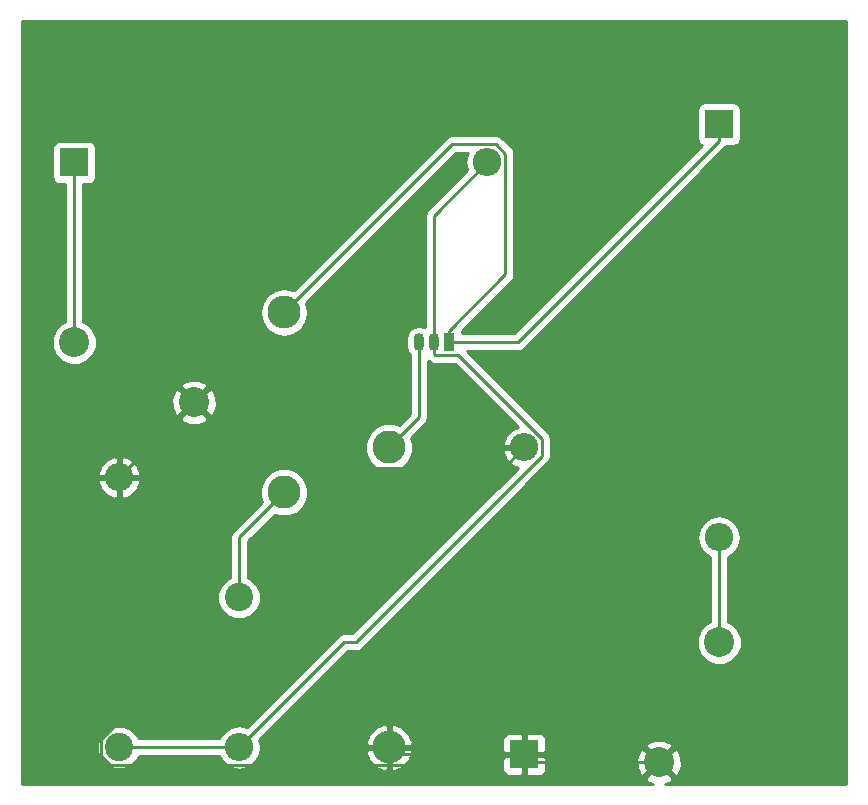
<source format=gbr>
G04 #@! TF.FileFunction,Copper,L1,Top,Signal*
%FSLAX46Y46*%
G04 Gerber Fmt 4.6, Leading zero omitted, Abs format (unit mm)*
G04 Created by KiCad (PCBNEW 4.0.5) date 05/25/17 00:15:28*
%MOMM*%
%LPD*%
G01*
G04 APERTURE LIST*
%ADD10C,0.100000*%
%ADD11C,2.540000*%
%ADD12R,2.400000X2.400000*%
%ADD13O,2.400000X2.400000*%
%ADD14O,0.900000X1.500000*%
%ADD15R,0.900000X1.500000*%
%ADD16C,2.400000*%
%ADD17C,2.800000*%
%ADD18O,2.800000X2.800000*%
%ADD19C,0.250000*%
%ADD20C,0.254000*%
G04 APERTURE END LIST*
D10*
D11*
X91440000Y-102870000D03*
X81280000Y-97790000D03*
X135890000Y-123190000D03*
X130810000Y-133350000D03*
D12*
X81280000Y-82550000D03*
D13*
X116280000Y-82550000D03*
D12*
X119380000Y-132680000D03*
D13*
X119380000Y-106680000D03*
D12*
X135890000Y-79300000D03*
D13*
X135890000Y-114300000D03*
D14*
X111760000Y-97790000D03*
X110490000Y-97790000D03*
D15*
X113030000Y-97790000D03*
D16*
X95250000Y-119380000D03*
D13*
X95250000Y-132080000D03*
D16*
X85090000Y-132080000D03*
D13*
X85090000Y-109220000D03*
D17*
X99060000Y-110490000D03*
D18*
X99060000Y-95250000D03*
D17*
X107950000Y-106680000D03*
D18*
X107950000Y-132080000D03*
D19*
X81280000Y-82550000D02*
X81280000Y-84000000D01*
X81280000Y-84000000D02*
X81280000Y-97790000D01*
X95250000Y-132080000D02*
X104140000Y-123190000D01*
X104140000Y-123190000D02*
X105127002Y-123190000D01*
X105127002Y-123190000D02*
X120905001Y-107412001D01*
X120905001Y-107412001D02*
X120905001Y-105947999D01*
X111760000Y-98790000D02*
X111760000Y-97790000D01*
X120905001Y-105947999D02*
X113822003Y-98865001D01*
X113822003Y-98865001D02*
X111835001Y-98865001D01*
X111835001Y-98865001D02*
X111760000Y-98790000D01*
X85090000Y-132080000D02*
X95250000Y-132080000D01*
X116280000Y-82550000D02*
X111760000Y-87070000D01*
X111760000Y-87070000D02*
X111760000Y-97790000D01*
X119380000Y-132680000D02*
X117930000Y-132680000D01*
X117930000Y-132680000D02*
X117004999Y-133605001D01*
X117004999Y-133605001D02*
X84357999Y-133605001D01*
X84357999Y-133605001D02*
X83564999Y-132812001D01*
X83564999Y-132812001D02*
X83564999Y-131347999D01*
X83564999Y-131347999D02*
X92173008Y-122739990D01*
X92173008Y-122739990D02*
X103320010Y-122739990D01*
X103320010Y-122739990D02*
X117654999Y-108405001D01*
X91440000Y-102870000D02*
X96975001Y-108405001D01*
X96975001Y-108405001D02*
X117654999Y-108405001D01*
X117654999Y-108405001D02*
X118180001Y-107879999D01*
X118180001Y-107879999D02*
X119380000Y-106680000D01*
X85090000Y-109220000D02*
X91440000Y-102870000D01*
X119380000Y-132680000D02*
X108550000Y-132680000D01*
X108550000Y-132680000D02*
X107950000Y-132080000D01*
X130810000Y-133350000D02*
X120050000Y-133350000D01*
X120050000Y-133350000D02*
X119380000Y-132680000D01*
X99060000Y-95250000D02*
X113285001Y-81024999D01*
X113285001Y-81024999D02*
X117012001Y-81024999D01*
X117012001Y-81024999D02*
X117805001Y-81817999D01*
X117805001Y-81817999D02*
X117805001Y-92014999D01*
X117805001Y-92014999D02*
X113030000Y-96790000D01*
X113030000Y-96790000D02*
X113030000Y-97790000D01*
X135890000Y-79300000D02*
X135890000Y-80750000D01*
X135890000Y-80750000D02*
X118850000Y-97790000D01*
X118850000Y-97790000D02*
X113730000Y-97790000D01*
X113730000Y-97790000D02*
X113030000Y-97790000D01*
X113210000Y-97790000D02*
X113030000Y-97790000D01*
X135890000Y-114300000D02*
X135890000Y-123190000D01*
X110490000Y-97790000D02*
X110490000Y-104140000D01*
X110490000Y-104140000D02*
X107950000Y-106680000D01*
X95250000Y-119380000D02*
X95250000Y-114300000D01*
X95250000Y-114300000D02*
X99060000Y-110490000D01*
D20*
G36*
X146635000Y-135205000D02*
X131333839Y-135205000D01*
X131846480Y-134992657D01*
X131978172Y-134697777D01*
X130810000Y-133529605D01*
X129641828Y-134697777D01*
X129773520Y-134992657D01*
X130326664Y-135205000D01*
X76885000Y-135205000D01*
X76885000Y-132443403D01*
X83254682Y-132443403D01*
X83533455Y-133118086D01*
X84049199Y-133634730D01*
X84723395Y-133914681D01*
X85453403Y-133915318D01*
X86128086Y-133636545D01*
X86644730Y-133120801D01*
X86761329Y-132840000D01*
X93569265Y-132840000D01*
X93952459Y-133413491D01*
X94547776Y-133811269D01*
X95250000Y-133950950D01*
X95952224Y-133811269D01*
X96547541Y-133413491D01*
X96945319Y-132818174D01*
X97004000Y-132523161D01*
X105963833Y-132523161D01*
X106284611Y-133249501D01*
X106858930Y-133797795D01*
X107506840Y-134066160D01*
X107823000Y-133951947D01*
X107823000Y-132207000D01*
X108077000Y-132207000D01*
X108077000Y-133951947D01*
X108393160Y-134066160D01*
X109041070Y-133797795D01*
X109615389Y-133249501D01*
X109740703Y-132965750D01*
X117545000Y-132965750D01*
X117545000Y-134006309D01*
X117641673Y-134239698D01*
X117820301Y-134418327D01*
X118053690Y-134515000D01*
X119094250Y-134515000D01*
X119253000Y-134356250D01*
X119253000Y-132807000D01*
X119507000Y-132807000D01*
X119507000Y-134356250D01*
X119665750Y-134515000D01*
X120706310Y-134515000D01*
X120939699Y-134418327D01*
X121118327Y-134239698D01*
X121215000Y-134006309D01*
X121215000Y-133021036D01*
X128895739Y-133021036D01*
X128915564Y-133778632D01*
X129167343Y-134386480D01*
X129462223Y-134518172D01*
X130630395Y-133350000D01*
X130989605Y-133350000D01*
X132157777Y-134518172D01*
X132452657Y-134386480D01*
X132724261Y-133678964D01*
X132704436Y-132921368D01*
X132452657Y-132313520D01*
X132157777Y-132181828D01*
X130989605Y-133350000D01*
X130630395Y-133350000D01*
X129462223Y-132181828D01*
X129167343Y-132313520D01*
X128895739Y-133021036D01*
X121215000Y-133021036D01*
X121215000Y-132965750D01*
X121056250Y-132807000D01*
X119507000Y-132807000D01*
X119253000Y-132807000D01*
X117703750Y-132807000D01*
X117545000Y-132965750D01*
X109740703Y-132965750D01*
X109936167Y-132523161D01*
X109822290Y-132207000D01*
X108077000Y-132207000D01*
X107823000Y-132207000D01*
X106077710Y-132207000D01*
X105963833Y-132523161D01*
X97004000Y-132523161D01*
X97085000Y-132115950D01*
X97085000Y-132044050D01*
X97004002Y-131636839D01*
X105963833Y-131636839D01*
X106077710Y-131953000D01*
X107823000Y-131953000D01*
X107823000Y-130208053D01*
X108077000Y-130208053D01*
X108077000Y-131953000D01*
X109822290Y-131953000D01*
X109936167Y-131636839D01*
X109811119Y-131353691D01*
X117545000Y-131353691D01*
X117545000Y-132394250D01*
X117703750Y-132553000D01*
X119253000Y-132553000D01*
X119253000Y-131003750D01*
X119507000Y-131003750D01*
X119507000Y-132553000D01*
X121056250Y-132553000D01*
X121215000Y-132394250D01*
X121215000Y-132002223D01*
X129641828Y-132002223D01*
X130810000Y-133170395D01*
X131978172Y-132002223D01*
X131846480Y-131707343D01*
X131138964Y-131435739D01*
X130381368Y-131455564D01*
X129773520Y-131707343D01*
X129641828Y-132002223D01*
X121215000Y-132002223D01*
X121215000Y-131353691D01*
X121118327Y-131120302D01*
X120939699Y-130941673D01*
X120706310Y-130845000D01*
X119665750Y-130845000D01*
X119507000Y-131003750D01*
X119253000Y-131003750D01*
X119094250Y-130845000D01*
X118053690Y-130845000D01*
X117820301Y-130941673D01*
X117641673Y-131120302D01*
X117545000Y-131353691D01*
X109811119Y-131353691D01*
X109615389Y-130910499D01*
X109041070Y-130362205D01*
X108393160Y-130093840D01*
X108077000Y-130208053D01*
X107823000Y-130208053D01*
X107506840Y-130093840D01*
X106858930Y-130362205D01*
X106284611Y-130910499D01*
X105963833Y-131636839D01*
X97004002Y-131636839D01*
X96964840Y-131439962D01*
X104454802Y-123950000D01*
X105127002Y-123950000D01*
X105417841Y-123892148D01*
X105664403Y-123727401D01*
X105824539Y-123567265D01*
X133984670Y-123567265D01*
X134274078Y-124267686D01*
X134809495Y-124804039D01*
X135509410Y-125094668D01*
X136267265Y-125095330D01*
X136967686Y-124805922D01*
X137504039Y-124270505D01*
X137794668Y-123570590D01*
X137795330Y-122812735D01*
X137505922Y-122112314D01*
X136970505Y-121575961D01*
X136650000Y-121442876D01*
X136650000Y-115992664D01*
X137187541Y-115633491D01*
X137585319Y-115038174D01*
X137725000Y-114335950D01*
X137725000Y-114264050D01*
X137585319Y-113561826D01*
X137187541Y-112966509D01*
X136592224Y-112568731D01*
X135890000Y-112429050D01*
X135187776Y-112568731D01*
X134592459Y-112966509D01*
X134194681Y-113561826D01*
X134055000Y-114264050D01*
X134055000Y-114335950D01*
X134194681Y-115038174D01*
X134592459Y-115633491D01*
X135130000Y-115992664D01*
X135130000Y-121442813D01*
X134812314Y-121574078D01*
X134275961Y-122109495D01*
X133985332Y-122809410D01*
X133984670Y-123567265D01*
X105824539Y-123567265D01*
X121442402Y-107949402D01*
X121607149Y-107702841D01*
X121665001Y-107412001D01*
X121665001Y-105947999D01*
X121607149Y-105657160D01*
X121442402Y-105410598D01*
X114581804Y-98550000D01*
X118850000Y-98550000D01*
X119140839Y-98492148D01*
X119387401Y-98327401D01*
X136427401Y-81287401D01*
X136520920Y-81147440D01*
X137090000Y-81147440D01*
X137325317Y-81103162D01*
X137541441Y-80964090D01*
X137686431Y-80751890D01*
X137737440Y-80500000D01*
X137737440Y-78100000D01*
X137693162Y-77864683D01*
X137554090Y-77648559D01*
X137341890Y-77503569D01*
X137090000Y-77452560D01*
X134690000Y-77452560D01*
X134454683Y-77496838D01*
X134238559Y-77635910D01*
X134093569Y-77848110D01*
X134042560Y-78100000D01*
X134042560Y-80500000D01*
X134086838Y-80735317D01*
X134225910Y-80951441D01*
X134438110Y-81096431D01*
X134463604Y-81101594D01*
X118535198Y-97030000D01*
X114125558Y-97030000D01*
X114084264Y-96810538D01*
X118342402Y-92552400D01*
X118507149Y-92305839D01*
X118565001Y-92014999D01*
X118565001Y-81817999D01*
X118507149Y-81527160D01*
X118507149Y-81527159D01*
X118342402Y-81280598D01*
X117549402Y-80487598D01*
X117302840Y-80322851D01*
X117012001Y-80264999D01*
X113285001Y-80264999D01*
X112994161Y-80322851D01*
X112747600Y-80487598D01*
X99878565Y-93356633D01*
X99838761Y-93330037D01*
X99060000Y-93175132D01*
X98281239Y-93330037D01*
X97621038Y-93771170D01*
X97179905Y-94431371D01*
X97025000Y-95210132D01*
X97025000Y-95289868D01*
X97179905Y-96068629D01*
X97621038Y-96728830D01*
X98281239Y-97169963D01*
X99060000Y-97324868D01*
X99838761Y-97169963D01*
X100498962Y-96728830D01*
X100940095Y-96068629D01*
X101095000Y-95289868D01*
X101095000Y-95210132D01*
X100942308Y-94442494D01*
X113599803Y-81784999D01*
X114590677Y-81784999D01*
X114548731Y-81847776D01*
X114409050Y-82550000D01*
X114541139Y-83214059D01*
X111222599Y-86532599D01*
X111057852Y-86779161D01*
X111000000Y-87070000D01*
X111000000Y-96523792D01*
X110905212Y-96460457D01*
X110490000Y-96377866D01*
X110074788Y-96460457D01*
X109722789Y-96695655D01*
X109487591Y-97047654D01*
X109405000Y-97462866D01*
X109405000Y-98117134D01*
X109487591Y-98532346D01*
X109722789Y-98884345D01*
X109730000Y-98889163D01*
X109730000Y-103825198D01*
X108747509Y-104807689D01*
X108356562Y-104645354D01*
X107546989Y-104644648D01*
X106798771Y-104953805D01*
X106225817Y-105525760D01*
X105915354Y-106273438D01*
X105914648Y-107083011D01*
X106223805Y-107831229D01*
X106795760Y-108404183D01*
X107543438Y-108714646D01*
X108353011Y-108715352D01*
X109101229Y-108406195D01*
X109674183Y-107834240D01*
X109984646Y-107086562D01*
X109985352Y-106276989D01*
X109822338Y-105882464D01*
X111027401Y-104677401D01*
X111192148Y-104430840D01*
X111201746Y-104382586D01*
X111250000Y-104140000D01*
X111250000Y-99354802D01*
X111297600Y-99402402D01*
X111544161Y-99567149D01*
X111592415Y-99576747D01*
X111835001Y-99625001D01*
X113507201Y-99625001D01*
X118830880Y-104948680D01*
X118406742Y-105124358D01*
X117885508Y-105615224D01*
X117591797Y-106268193D01*
X117708142Y-106553000D01*
X119253000Y-106553000D01*
X119253000Y-106533000D01*
X119507000Y-106533000D01*
X119507000Y-106553000D01*
X119527000Y-106553000D01*
X119527000Y-106807000D01*
X119507000Y-106807000D01*
X119507000Y-106827000D01*
X119253000Y-106827000D01*
X119253000Y-106807000D01*
X117708142Y-106807000D01*
X117591797Y-107091807D01*
X117885508Y-107744776D01*
X118406742Y-108235642D01*
X118830880Y-108411320D01*
X104812200Y-122430000D01*
X104140000Y-122430000D01*
X103849161Y-122487852D01*
X103602599Y-122652599D01*
X95914059Y-130341139D01*
X95250000Y-130209050D01*
X94547776Y-130348731D01*
X93952459Y-130746509D01*
X93569265Y-131320000D01*
X86761448Y-131320000D01*
X86646545Y-131041914D01*
X86130801Y-130525270D01*
X85456605Y-130245319D01*
X84726597Y-130244682D01*
X84051914Y-130523455D01*
X83535270Y-131039199D01*
X83255319Y-131713395D01*
X83254682Y-132443403D01*
X76885000Y-132443403D01*
X76885000Y-119743403D01*
X93414682Y-119743403D01*
X93693455Y-120418086D01*
X94209199Y-120934730D01*
X94883395Y-121214681D01*
X95613403Y-121215318D01*
X96288086Y-120936545D01*
X96804730Y-120420801D01*
X97084681Y-119746605D01*
X97085318Y-119016597D01*
X96806545Y-118341914D01*
X96290801Y-117825270D01*
X96010000Y-117708671D01*
X96010000Y-114614802D01*
X98262491Y-112362311D01*
X98653438Y-112524646D01*
X99463011Y-112525352D01*
X100211229Y-112216195D01*
X100784183Y-111644240D01*
X101094646Y-110896562D01*
X101095352Y-110086989D01*
X100786195Y-109338771D01*
X100214240Y-108765817D01*
X99466562Y-108455354D01*
X98656989Y-108454648D01*
X97908771Y-108763805D01*
X97335817Y-109335760D01*
X97025354Y-110083438D01*
X97024648Y-110893011D01*
X97187662Y-111287536D01*
X94712599Y-113762599D01*
X94547852Y-114009161D01*
X94490000Y-114300000D01*
X94490000Y-117708552D01*
X94211914Y-117823455D01*
X93695270Y-118339199D01*
X93415319Y-119013395D01*
X93414682Y-119743403D01*
X76885000Y-119743403D01*
X76885000Y-109631807D01*
X83301797Y-109631807D01*
X83595508Y-110284776D01*
X84116742Y-110775642D01*
X84678195Y-111008195D01*
X84963000Y-110891432D01*
X84963000Y-109347000D01*
X85217000Y-109347000D01*
X85217000Y-110891432D01*
X85501805Y-111008195D01*
X86063258Y-110775642D01*
X86584492Y-110284776D01*
X86878203Y-109631807D01*
X86761858Y-109347000D01*
X85217000Y-109347000D01*
X84963000Y-109347000D01*
X83418142Y-109347000D01*
X83301797Y-109631807D01*
X76885000Y-109631807D01*
X76885000Y-108808193D01*
X83301797Y-108808193D01*
X83418142Y-109093000D01*
X84963000Y-109093000D01*
X84963000Y-107548568D01*
X85217000Y-107548568D01*
X85217000Y-109093000D01*
X86761858Y-109093000D01*
X86878203Y-108808193D01*
X86584492Y-108155224D01*
X86063258Y-107664358D01*
X85501805Y-107431805D01*
X85217000Y-107548568D01*
X84963000Y-107548568D01*
X84678195Y-107431805D01*
X84116742Y-107664358D01*
X83595508Y-108155224D01*
X83301797Y-108808193D01*
X76885000Y-108808193D01*
X76885000Y-104217777D01*
X90271828Y-104217777D01*
X90403520Y-104512657D01*
X91111036Y-104784261D01*
X91868632Y-104764436D01*
X92476480Y-104512657D01*
X92608172Y-104217777D01*
X91440000Y-103049605D01*
X90271828Y-104217777D01*
X76885000Y-104217777D01*
X76885000Y-102541036D01*
X89525739Y-102541036D01*
X89545564Y-103298632D01*
X89797343Y-103906480D01*
X90092223Y-104038172D01*
X91260395Y-102870000D01*
X91619605Y-102870000D01*
X92787777Y-104038172D01*
X93082657Y-103906480D01*
X93354261Y-103198964D01*
X93334436Y-102441368D01*
X93082657Y-101833520D01*
X92787777Y-101701828D01*
X91619605Y-102870000D01*
X91260395Y-102870000D01*
X90092223Y-101701828D01*
X89797343Y-101833520D01*
X89525739Y-102541036D01*
X76885000Y-102541036D01*
X76885000Y-101522223D01*
X90271828Y-101522223D01*
X91440000Y-102690395D01*
X92608172Y-101522223D01*
X92476480Y-101227343D01*
X91768964Y-100955739D01*
X91011368Y-100975564D01*
X90403520Y-101227343D01*
X90271828Y-101522223D01*
X76885000Y-101522223D01*
X76885000Y-98167265D01*
X79374670Y-98167265D01*
X79664078Y-98867686D01*
X80199495Y-99404039D01*
X80899410Y-99694668D01*
X81657265Y-99695330D01*
X82357686Y-99405922D01*
X82894039Y-98870505D01*
X83184668Y-98170590D01*
X83185330Y-97412735D01*
X82895922Y-96712314D01*
X82360505Y-96175961D01*
X82040000Y-96042876D01*
X82040000Y-84397440D01*
X82480000Y-84397440D01*
X82715317Y-84353162D01*
X82931441Y-84214090D01*
X83076431Y-84001890D01*
X83127440Y-83750000D01*
X83127440Y-81350000D01*
X83083162Y-81114683D01*
X82944090Y-80898559D01*
X82731890Y-80753569D01*
X82480000Y-80702560D01*
X80080000Y-80702560D01*
X79844683Y-80746838D01*
X79628559Y-80885910D01*
X79483569Y-81098110D01*
X79432560Y-81350000D01*
X79432560Y-83750000D01*
X79476838Y-83985317D01*
X79615910Y-84201441D01*
X79828110Y-84346431D01*
X80080000Y-84397440D01*
X80520000Y-84397440D01*
X80520000Y-96042813D01*
X80202314Y-96174078D01*
X79665961Y-96709495D01*
X79375332Y-97409410D01*
X79374670Y-98167265D01*
X76885000Y-98167265D01*
X76885000Y-70535000D01*
X146635000Y-70535000D01*
X146635000Y-135205000D01*
X146635000Y-135205000D01*
G37*
X146635000Y-135205000D02*
X131333839Y-135205000D01*
X131846480Y-134992657D01*
X131978172Y-134697777D01*
X130810000Y-133529605D01*
X129641828Y-134697777D01*
X129773520Y-134992657D01*
X130326664Y-135205000D01*
X76885000Y-135205000D01*
X76885000Y-132443403D01*
X83254682Y-132443403D01*
X83533455Y-133118086D01*
X84049199Y-133634730D01*
X84723395Y-133914681D01*
X85453403Y-133915318D01*
X86128086Y-133636545D01*
X86644730Y-133120801D01*
X86761329Y-132840000D01*
X93569265Y-132840000D01*
X93952459Y-133413491D01*
X94547776Y-133811269D01*
X95250000Y-133950950D01*
X95952224Y-133811269D01*
X96547541Y-133413491D01*
X96945319Y-132818174D01*
X97004000Y-132523161D01*
X105963833Y-132523161D01*
X106284611Y-133249501D01*
X106858930Y-133797795D01*
X107506840Y-134066160D01*
X107823000Y-133951947D01*
X107823000Y-132207000D01*
X108077000Y-132207000D01*
X108077000Y-133951947D01*
X108393160Y-134066160D01*
X109041070Y-133797795D01*
X109615389Y-133249501D01*
X109740703Y-132965750D01*
X117545000Y-132965750D01*
X117545000Y-134006309D01*
X117641673Y-134239698D01*
X117820301Y-134418327D01*
X118053690Y-134515000D01*
X119094250Y-134515000D01*
X119253000Y-134356250D01*
X119253000Y-132807000D01*
X119507000Y-132807000D01*
X119507000Y-134356250D01*
X119665750Y-134515000D01*
X120706310Y-134515000D01*
X120939699Y-134418327D01*
X121118327Y-134239698D01*
X121215000Y-134006309D01*
X121215000Y-133021036D01*
X128895739Y-133021036D01*
X128915564Y-133778632D01*
X129167343Y-134386480D01*
X129462223Y-134518172D01*
X130630395Y-133350000D01*
X130989605Y-133350000D01*
X132157777Y-134518172D01*
X132452657Y-134386480D01*
X132724261Y-133678964D01*
X132704436Y-132921368D01*
X132452657Y-132313520D01*
X132157777Y-132181828D01*
X130989605Y-133350000D01*
X130630395Y-133350000D01*
X129462223Y-132181828D01*
X129167343Y-132313520D01*
X128895739Y-133021036D01*
X121215000Y-133021036D01*
X121215000Y-132965750D01*
X121056250Y-132807000D01*
X119507000Y-132807000D01*
X119253000Y-132807000D01*
X117703750Y-132807000D01*
X117545000Y-132965750D01*
X109740703Y-132965750D01*
X109936167Y-132523161D01*
X109822290Y-132207000D01*
X108077000Y-132207000D01*
X107823000Y-132207000D01*
X106077710Y-132207000D01*
X105963833Y-132523161D01*
X97004000Y-132523161D01*
X97085000Y-132115950D01*
X97085000Y-132044050D01*
X97004002Y-131636839D01*
X105963833Y-131636839D01*
X106077710Y-131953000D01*
X107823000Y-131953000D01*
X107823000Y-130208053D01*
X108077000Y-130208053D01*
X108077000Y-131953000D01*
X109822290Y-131953000D01*
X109936167Y-131636839D01*
X109811119Y-131353691D01*
X117545000Y-131353691D01*
X117545000Y-132394250D01*
X117703750Y-132553000D01*
X119253000Y-132553000D01*
X119253000Y-131003750D01*
X119507000Y-131003750D01*
X119507000Y-132553000D01*
X121056250Y-132553000D01*
X121215000Y-132394250D01*
X121215000Y-132002223D01*
X129641828Y-132002223D01*
X130810000Y-133170395D01*
X131978172Y-132002223D01*
X131846480Y-131707343D01*
X131138964Y-131435739D01*
X130381368Y-131455564D01*
X129773520Y-131707343D01*
X129641828Y-132002223D01*
X121215000Y-132002223D01*
X121215000Y-131353691D01*
X121118327Y-131120302D01*
X120939699Y-130941673D01*
X120706310Y-130845000D01*
X119665750Y-130845000D01*
X119507000Y-131003750D01*
X119253000Y-131003750D01*
X119094250Y-130845000D01*
X118053690Y-130845000D01*
X117820301Y-130941673D01*
X117641673Y-131120302D01*
X117545000Y-131353691D01*
X109811119Y-131353691D01*
X109615389Y-130910499D01*
X109041070Y-130362205D01*
X108393160Y-130093840D01*
X108077000Y-130208053D01*
X107823000Y-130208053D01*
X107506840Y-130093840D01*
X106858930Y-130362205D01*
X106284611Y-130910499D01*
X105963833Y-131636839D01*
X97004002Y-131636839D01*
X96964840Y-131439962D01*
X104454802Y-123950000D01*
X105127002Y-123950000D01*
X105417841Y-123892148D01*
X105664403Y-123727401D01*
X105824539Y-123567265D01*
X133984670Y-123567265D01*
X134274078Y-124267686D01*
X134809495Y-124804039D01*
X135509410Y-125094668D01*
X136267265Y-125095330D01*
X136967686Y-124805922D01*
X137504039Y-124270505D01*
X137794668Y-123570590D01*
X137795330Y-122812735D01*
X137505922Y-122112314D01*
X136970505Y-121575961D01*
X136650000Y-121442876D01*
X136650000Y-115992664D01*
X137187541Y-115633491D01*
X137585319Y-115038174D01*
X137725000Y-114335950D01*
X137725000Y-114264050D01*
X137585319Y-113561826D01*
X137187541Y-112966509D01*
X136592224Y-112568731D01*
X135890000Y-112429050D01*
X135187776Y-112568731D01*
X134592459Y-112966509D01*
X134194681Y-113561826D01*
X134055000Y-114264050D01*
X134055000Y-114335950D01*
X134194681Y-115038174D01*
X134592459Y-115633491D01*
X135130000Y-115992664D01*
X135130000Y-121442813D01*
X134812314Y-121574078D01*
X134275961Y-122109495D01*
X133985332Y-122809410D01*
X133984670Y-123567265D01*
X105824539Y-123567265D01*
X121442402Y-107949402D01*
X121607149Y-107702841D01*
X121665001Y-107412001D01*
X121665001Y-105947999D01*
X121607149Y-105657160D01*
X121442402Y-105410598D01*
X114581804Y-98550000D01*
X118850000Y-98550000D01*
X119140839Y-98492148D01*
X119387401Y-98327401D01*
X136427401Y-81287401D01*
X136520920Y-81147440D01*
X137090000Y-81147440D01*
X137325317Y-81103162D01*
X137541441Y-80964090D01*
X137686431Y-80751890D01*
X137737440Y-80500000D01*
X137737440Y-78100000D01*
X137693162Y-77864683D01*
X137554090Y-77648559D01*
X137341890Y-77503569D01*
X137090000Y-77452560D01*
X134690000Y-77452560D01*
X134454683Y-77496838D01*
X134238559Y-77635910D01*
X134093569Y-77848110D01*
X134042560Y-78100000D01*
X134042560Y-80500000D01*
X134086838Y-80735317D01*
X134225910Y-80951441D01*
X134438110Y-81096431D01*
X134463604Y-81101594D01*
X118535198Y-97030000D01*
X114125558Y-97030000D01*
X114084264Y-96810538D01*
X118342402Y-92552400D01*
X118507149Y-92305839D01*
X118565001Y-92014999D01*
X118565001Y-81817999D01*
X118507149Y-81527160D01*
X118507149Y-81527159D01*
X118342402Y-81280598D01*
X117549402Y-80487598D01*
X117302840Y-80322851D01*
X117012001Y-80264999D01*
X113285001Y-80264999D01*
X112994161Y-80322851D01*
X112747600Y-80487598D01*
X99878565Y-93356633D01*
X99838761Y-93330037D01*
X99060000Y-93175132D01*
X98281239Y-93330037D01*
X97621038Y-93771170D01*
X97179905Y-94431371D01*
X97025000Y-95210132D01*
X97025000Y-95289868D01*
X97179905Y-96068629D01*
X97621038Y-96728830D01*
X98281239Y-97169963D01*
X99060000Y-97324868D01*
X99838761Y-97169963D01*
X100498962Y-96728830D01*
X100940095Y-96068629D01*
X101095000Y-95289868D01*
X101095000Y-95210132D01*
X100942308Y-94442494D01*
X113599803Y-81784999D01*
X114590677Y-81784999D01*
X114548731Y-81847776D01*
X114409050Y-82550000D01*
X114541139Y-83214059D01*
X111222599Y-86532599D01*
X111057852Y-86779161D01*
X111000000Y-87070000D01*
X111000000Y-96523792D01*
X110905212Y-96460457D01*
X110490000Y-96377866D01*
X110074788Y-96460457D01*
X109722789Y-96695655D01*
X109487591Y-97047654D01*
X109405000Y-97462866D01*
X109405000Y-98117134D01*
X109487591Y-98532346D01*
X109722789Y-98884345D01*
X109730000Y-98889163D01*
X109730000Y-103825198D01*
X108747509Y-104807689D01*
X108356562Y-104645354D01*
X107546989Y-104644648D01*
X106798771Y-104953805D01*
X106225817Y-105525760D01*
X105915354Y-106273438D01*
X105914648Y-107083011D01*
X106223805Y-107831229D01*
X106795760Y-108404183D01*
X107543438Y-108714646D01*
X108353011Y-108715352D01*
X109101229Y-108406195D01*
X109674183Y-107834240D01*
X109984646Y-107086562D01*
X109985352Y-106276989D01*
X109822338Y-105882464D01*
X111027401Y-104677401D01*
X111192148Y-104430840D01*
X111201746Y-104382586D01*
X111250000Y-104140000D01*
X111250000Y-99354802D01*
X111297600Y-99402402D01*
X111544161Y-99567149D01*
X111592415Y-99576747D01*
X111835001Y-99625001D01*
X113507201Y-99625001D01*
X118830880Y-104948680D01*
X118406742Y-105124358D01*
X117885508Y-105615224D01*
X117591797Y-106268193D01*
X117708142Y-106553000D01*
X119253000Y-106553000D01*
X119253000Y-106533000D01*
X119507000Y-106533000D01*
X119507000Y-106553000D01*
X119527000Y-106553000D01*
X119527000Y-106807000D01*
X119507000Y-106807000D01*
X119507000Y-106827000D01*
X119253000Y-106827000D01*
X119253000Y-106807000D01*
X117708142Y-106807000D01*
X117591797Y-107091807D01*
X117885508Y-107744776D01*
X118406742Y-108235642D01*
X118830880Y-108411320D01*
X104812200Y-122430000D01*
X104140000Y-122430000D01*
X103849161Y-122487852D01*
X103602599Y-122652599D01*
X95914059Y-130341139D01*
X95250000Y-130209050D01*
X94547776Y-130348731D01*
X93952459Y-130746509D01*
X93569265Y-131320000D01*
X86761448Y-131320000D01*
X86646545Y-131041914D01*
X86130801Y-130525270D01*
X85456605Y-130245319D01*
X84726597Y-130244682D01*
X84051914Y-130523455D01*
X83535270Y-131039199D01*
X83255319Y-131713395D01*
X83254682Y-132443403D01*
X76885000Y-132443403D01*
X76885000Y-119743403D01*
X93414682Y-119743403D01*
X93693455Y-120418086D01*
X94209199Y-120934730D01*
X94883395Y-121214681D01*
X95613403Y-121215318D01*
X96288086Y-120936545D01*
X96804730Y-120420801D01*
X97084681Y-119746605D01*
X97085318Y-119016597D01*
X96806545Y-118341914D01*
X96290801Y-117825270D01*
X96010000Y-117708671D01*
X96010000Y-114614802D01*
X98262491Y-112362311D01*
X98653438Y-112524646D01*
X99463011Y-112525352D01*
X100211229Y-112216195D01*
X100784183Y-111644240D01*
X101094646Y-110896562D01*
X101095352Y-110086989D01*
X100786195Y-109338771D01*
X100214240Y-108765817D01*
X99466562Y-108455354D01*
X98656989Y-108454648D01*
X97908771Y-108763805D01*
X97335817Y-109335760D01*
X97025354Y-110083438D01*
X97024648Y-110893011D01*
X97187662Y-111287536D01*
X94712599Y-113762599D01*
X94547852Y-114009161D01*
X94490000Y-114300000D01*
X94490000Y-117708552D01*
X94211914Y-117823455D01*
X93695270Y-118339199D01*
X93415319Y-119013395D01*
X93414682Y-119743403D01*
X76885000Y-119743403D01*
X76885000Y-109631807D01*
X83301797Y-109631807D01*
X83595508Y-110284776D01*
X84116742Y-110775642D01*
X84678195Y-111008195D01*
X84963000Y-110891432D01*
X84963000Y-109347000D01*
X85217000Y-109347000D01*
X85217000Y-110891432D01*
X85501805Y-111008195D01*
X86063258Y-110775642D01*
X86584492Y-110284776D01*
X86878203Y-109631807D01*
X86761858Y-109347000D01*
X85217000Y-109347000D01*
X84963000Y-109347000D01*
X83418142Y-109347000D01*
X83301797Y-109631807D01*
X76885000Y-109631807D01*
X76885000Y-108808193D01*
X83301797Y-108808193D01*
X83418142Y-109093000D01*
X84963000Y-109093000D01*
X84963000Y-107548568D01*
X85217000Y-107548568D01*
X85217000Y-109093000D01*
X86761858Y-109093000D01*
X86878203Y-108808193D01*
X86584492Y-108155224D01*
X86063258Y-107664358D01*
X85501805Y-107431805D01*
X85217000Y-107548568D01*
X84963000Y-107548568D01*
X84678195Y-107431805D01*
X84116742Y-107664358D01*
X83595508Y-108155224D01*
X83301797Y-108808193D01*
X76885000Y-108808193D01*
X76885000Y-104217777D01*
X90271828Y-104217777D01*
X90403520Y-104512657D01*
X91111036Y-104784261D01*
X91868632Y-104764436D01*
X92476480Y-104512657D01*
X92608172Y-104217777D01*
X91440000Y-103049605D01*
X90271828Y-104217777D01*
X76885000Y-104217777D01*
X76885000Y-102541036D01*
X89525739Y-102541036D01*
X89545564Y-103298632D01*
X89797343Y-103906480D01*
X90092223Y-104038172D01*
X91260395Y-102870000D01*
X91619605Y-102870000D01*
X92787777Y-104038172D01*
X93082657Y-103906480D01*
X93354261Y-103198964D01*
X93334436Y-102441368D01*
X93082657Y-101833520D01*
X92787777Y-101701828D01*
X91619605Y-102870000D01*
X91260395Y-102870000D01*
X90092223Y-101701828D01*
X89797343Y-101833520D01*
X89525739Y-102541036D01*
X76885000Y-102541036D01*
X76885000Y-101522223D01*
X90271828Y-101522223D01*
X91440000Y-102690395D01*
X92608172Y-101522223D01*
X92476480Y-101227343D01*
X91768964Y-100955739D01*
X91011368Y-100975564D01*
X90403520Y-101227343D01*
X90271828Y-101522223D01*
X76885000Y-101522223D01*
X76885000Y-98167265D01*
X79374670Y-98167265D01*
X79664078Y-98867686D01*
X80199495Y-99404039D01*
X80899410Y-99694668D01*
X81657265Y-99695330D01*
X82357686Y-99405922D01*
X82894039Y-98870505D01*
X83184668Y-98170590D01*
X83185330Y-97412735D01*
X82895922Y-96712314D01*
X82360505Y-96175961D01*
X82040000Y-96042876D01*
X82040000Y-84397440D01*
X82480000Y-84397440D01*
X82715317Y-84353162D01*
X82931441Y-84214090D01*
X83076431Y-84001890D01*
X83127440Y-83750000D01*
X83127440Y-81350000D01*
X83083162Y-81114683D01*
X82944090Y-80898559D01*
X82731890Y-80753569D01*
X82480000Y-80702560D01*
X80080000Y-80702560D01*
X79844683Y-80746838D01*
X79628559Y-80885910D01*
X79483569Y-81098110D01*
X79432560Y-81350000D01*
X79432560Y-83750000D01*
X79476838Y-83985317D01*
X79615910Y-84201441D01*
X79828110Y-84346431D01*
X80080000Y-84397440D01*
X80520000Y-84397440D01*
X80520000Y-96042813D01*
X80202314Y-96174078D01*
X79665961Y-96709495D01*
X79375332Y-97409410D01*
X79374670Y-98167265D01*
X76885000Y-98167265D01*
X76885000Y-70535000D01*
X146635000Y-70535000D01*
X146635000Y-135205000D01*
M02*

</source>
